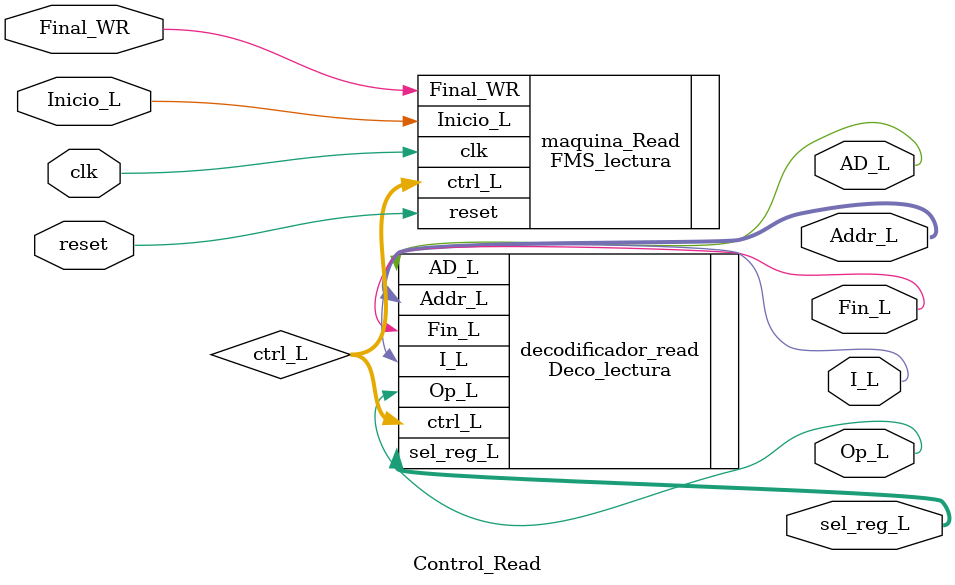
<source format=v>
`timescale 1ns / 1ps
module Control_Read(
	input wire Inicio_L, clk, reset, Final_WR,
	output wire Fin_L,Op_L,I_L,AD_L,
	output wire [3:0]Addr_L,sel_reg_L
    );

wire [4:0]ctrl_L;

FMS_lectura maquina_Read (
    .Inicio_L(Inicio_L), 
    .clk(clk), 
    .reset(reset), 
    .Final_WR(Final_WR), 
    .ctrl_L(ctrl_L)
    );

Deco_lectura decodificador_read (
    .ctrl_L(ctrl_L), 
    .Fin_L(Fin_L), 
    .Op_L(Op_L), 
    .I_L(I_L),
	 .AD_L(AD_L),
	 .sel_reg_L(sel_reg_L),
    .Addr_L(Addr_L)
    );

endmodule

</source>
